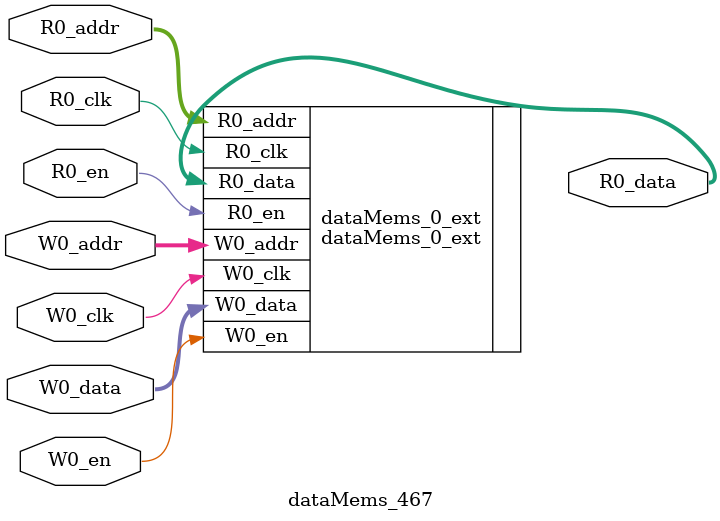
<source format=sv>
`ifndef RANDOMIZE
  `ifdef RANDOMIZE_REG_INIT
    `define RANDOMIZE
  `endif // RANDOMIZE_REG_INIT
`endif // not def RANDOMIZE
`ifndef RANDOMIZE
  `ifdef RANDOMIZE_MEM_INIT
    `define RANDOMIZE
  `endif // RANDOMIZE_MEM_INIT
`endif // not def RANDOMIZE

`ifndef RANDOM
  `define RANDOM $random
`endif // not def RANDOM

// Users can define 'PRINTF_COND' to add an extra gate to prints.
`ifndef PRINTF_COND_
  `ifdef PRINTF_COND
    `define PRINTF_COND_ (`PRINTF_COND)
  `else  // PRINTF_COND
    `define PRINTF_COND_ 1
  `endif // PRINTF_COND
`endif // not def PRINTF_COND_

// Users can define 'ASSERT_VERBOSE_COND' to add an extra gate to assert error printing.
`ifndef ASSERT_VERBOSE_COND_
  `ifdef ASSERT_VERBOSE_COND
    `define ASSERT_VERBOSE_COND_ (`ASSERT_VERBOSE_COND)
  `else  // ASSERT_VERBOSE_COND
    `define ASSERT_VERBOSE_COND_ 1
  `endif // ASSERT_VERBOSE_COND
`endif // not def ASSERT_VERBOSE_COND_

// Users can define 'STOP_COND' to add an extra gate to stop conditions.
`ifndef STOP_COND_
  `ifdef STOP_COND
    `define STOP_COND_ (`STOP_COND)
  `else  // STOP_COND
    `define STOP_COND_ 1
  `endif // STOP_COND
`endif // not def STOP_COND_

// Users can define INIT_RANDOM as general code that gets injected into the
// initializer block for modules with registers.
`ifndef INIT_RANDOM
  `define INIT_RANDOM
`endif // not def INIT_RANDOM

// If using random initialization, you can also define RANDOMIZE_DELAY to
// customize the delay used, otherwise 0.002 is used.
`ifndef RANDOMIZE_DELAY
  `define RANDOMIZE_DELAY 0.002
`endif // not def RANDOMIZE_DELAY

// Define INIT_RANDOM_PROLOG_ for use in our modules below.
`ifndef INIT_RANDOM_PROLOG_
  `ifdef RANDOMIZE
    `ifdef VERILATOR
      `define INIT_RANDOM_PROLOG_ `INIT_RANDOM
    `else  // VERILATOR
      `define INIT_RANDOM_PROLOG_ `INIT_RANDOM #`RANDOMIZE_DELAY begin end
    `endif // VERILATOR
  `else  // RANDOMIZE
    `define INIT_RANDOM_PROLOG_
  `endif // RANDOMIZE
`endif // not def INIT_RANDOM_PROLOG_

// Include register initializers in init blocks unless synthesis is set
`ifndef SYNTHESIS
  `ifndef ENABLE_INITIAL_REG_
    `define ENABLE_INITIAL_REG_
  `endif // not def ENABLE_INITIAL_REG_
`endif // not def SYNTHESIS

// Include rmemory initializers in init blocks unless synthesis is set
`ifndef SYNTHESIS
  `ifndef ENABLE_INITIAL_MEM_
    `define ENABLE_INITIAL_MEM_
  `endif // not def ENABLE_INITIAL_MEM_
`endif // not def SYNTHESIS

module dataMems_467(	// @[generators/ara/src/main/scala/UnsafeAXI4ToTL.scala:365:62]
  input  [4:0]  R0_addr,
  input         R0_en,
  input         R0_clk,
  output [66:0] R0_data,
  input  [4:0]  W0_addr,
  input         W0_en,
  input         W0_clk,
  input  [66:0] W0_data
);

  dataMems_0_ext dataMems_0_ext (	// @[generators/ara/src/main/scala/UnsafeAXI4ToTL.scala:365:62]
    .R0_addr (R0_addr),
    .R0_en   (R0_en),
    .R0_clk  (R0_clk),
    .R0_data (R0_data),
    .W0_addr (W0_addr),
    .W0_en   (W0_en),
    .W0_clk  (W0_clk),
    .W0_data (W0_data)
  );
endmodule


</source>
